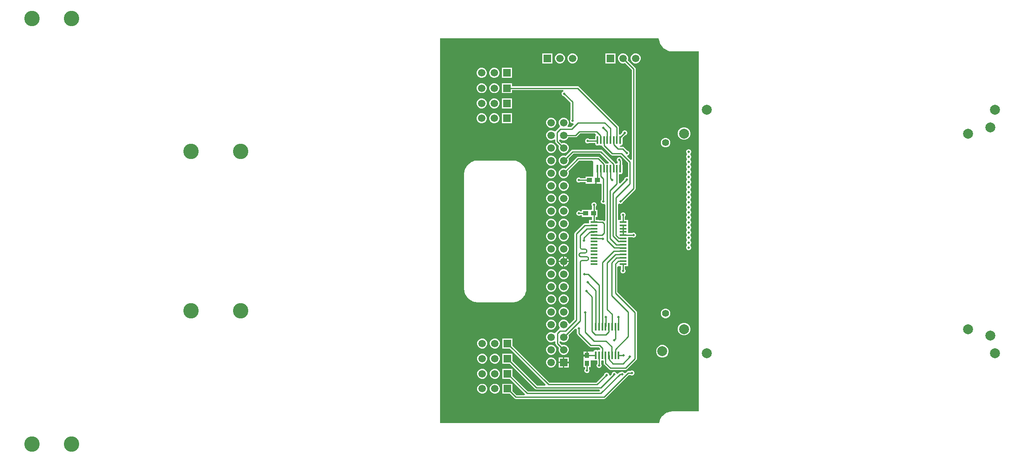
<source format=gbl>
G04*
G04 #@! TF.GenerationSoftware,Altium Limited,Altium Designer,21.6.4 (81)*
G04*
G04 Layer_Physical_Order=4*
G04 Layer_Color=16711680*
%FSLAX25Y25*%
%MOIN*%
G70*
G04*
G04 #@! TF.SameCoordinates,DB6D09D7-76B6-4019-902A-DA84951F4E30*
G04*
G04*
G04 #@! TF.FilePolarity,Positive*
G04*
G01*
G75*
%ADD12C,0.01000*%
%ADD22C,0.05512*%
%ADD23R,0.05906X0.05906*%
%ADD24C,0.05906*%
%ADD25R,0.05906X0.05906*%
%ADD26C,0.07874*%
%ADD27C,0.12205*%
%ADD28C,0.01968*%
%ADD29R,0.03740X0.03937*%
%ADD30R,0.03937X0.03740*%
G04:AMPARAMS|DCode=31|XSize=61.81mil|YSize=16.14mil|CornerRadius=2.02mil|HoleSize=0mil|Usage=FLASHONLY|Rotation=270.000|XOffset=0mil|YOffset=0mil|HoleType=Round|Shape=RoundedRectangle|*
%AMROUNDEDRECTD31*
21,1,0.06181,0.01211,0,0,270.0*
21,1,0.05778,0.01614,0,0,270.0*
1,1,0.00404,-0.00605,-0.02889*
1,1,0.00404,-0.00605,0.02889*
1,1,0.00404,0.00605,0.02889*
1,1,0.00404,0.00605,-0.02889*
%
%ADD31ROUNDEDRECTD31*%
%ADD32R,0.05800X0.01400*%
G36*
X548518Y349140D02*
X548946Y347127D01*
X549013Y347030D01*
X549016Y346912D01*
X549853Y345032D01*
X549938Y344951D01*
X549966Y344836D01*
X551175Y343172D01*
X551276Y343110D01*
X551327Y343003D01*
X552856Y341627D01*
X552967Y341587D01*
X553039Y341494D01*
X554821Y340465D01*
X554938Y340449D01*
X555028Y340373D01*
X556985Y339737D01*
X557102Y339746D01*
X557206Y339690D01*
X559253Y339475D01*
X559310Y339492D01*
X559366Y339469D01*
X580000D01*
Y54232D01*
X559366D01*
X559310Y54209D01*
X559253Y54226D01*
X557206Y54011D01*
X557102Y53955D01*
X556985Y53964D01*
X555028Y53328D01*
X554938Y53251D01*
X554821Y53236D01*
X553039Y52207D01*
X552967Y52114D01*
X552856Y52074D01*
X551327Y50697D01*
X551276Y50591D01*
X551175Y50529D01*
X549966Y48864D01*
X549938Y48750D01*
X549853Y48669D01*
X549016Y46789D01*
X549013Y46671D01*
X548946Y46574D01*
X548612Y45000D01*
X375000D01*
Y350000D01*
X547921D01*
X548518Y349140D01*
D02*
G37*
%LPC*%
G36*
X530786Y337953D02*
X529214D01*
X527761Y337351D01*
X526649Y336239D01*
X526047Y334786D01*
Y333214D01*
X526649Y331761D01*
X527761Y330649D01*
X529214Y330047D01*
X530786D01*
X532239Y330649D01*
X533351Y331761D01*
X533953Y333214D01*
Y334786D01*
X533351Y336239D01*
X532239Y337351D01*
X530786Y337953D01*
D02*
G37*
G36*
X513953D02*
X506047D01*
Y330047D01*
X513953D01*
Y337953D01*
D02*
G37*
G36*
X480786D02*
X479214D01*
X477761Y337351D01*
X476649Y336239D01*
X476047Y334786D01*
Y333214D01*
X476649Y331761D01*
X477761Y330649D01*
X479214Y330047D01*
X480786D01*
X482239Y330649D01*
X483351Y331761D01*
X483953Y333214D01*
Y334786D01*
X483351Y336239D01*
X482239Y337351D01*
X480786Y337953D01*
D02*
G37*
G36*
X470786D02*
X469214D01*
X467761Y337351D01*
X466649Y336239D01*
X466047Y334786D01*
Y333214D01*
X466649Y331761D01*
X467761Y330649D01*
X469214Y330047D01*
X470786D01*
X472239Y330649D01*
X473351Y331761D01*
X473953Y333214D01*
Y334786D01*
X473351Y336239D01*
X472239Y337351D01*
X470786Y337953D01*
D02*
G37*
G36*
X463953D02*
X456047D01*
Y330047D01*
X463953D01*
Y337953D01*
D02*
G37*
G36*
X431953Y326453D02*
X424047D01*
Y318547D01*
X431953D01*
Y326453D01*
D02*
G37*
G36*
X418786D02*
X417214D01*
X415761Y325851D01*
X414649Y324739D01*
X414047Y323286D01*
Y321714D01*
X414649Y320261D01*
X415761Y319149D01*
X417214Y318547D01*
X418786D01*
X420239Y319149D01*
X421351Y320261D01*
X421953Y321714D01*
Y323286D01*
X421351Y324739D01*
X420239Y325851D01*
X418786Y326453D01*
D02*
G37*
G36*
X408786D02*
X407214D01*
X405761Y325851D01*
X404649Y324739D01*
X404047Y323286D01*
Y321714D01*
X404649Y320261D01*
X405761Y319149D01*
X407214Y318547D01*
X408786D01*
X410239Y319149D01*
X411351Y320261D01*
X411953Y321714D01*
Y323286D01*
X411351Y324739D01*
X410239Y325851D01*
X408786Y326453D01*
D02*
G37*
G36*
X418786Y314339D02*
X417214D01*
X415761Y313737D01*
X414649Y312625D01*
X414047Y311172D01*
Y309600D01*
X414649Y308147D01*
X415761Y307035D01*
X417214Y306433D01*
X418786D01*
X420239Y307035D01*
X421351Y308147D01*
X421953Y309600D01*
Y311172D01*
X421351Y312625D01*
X420239Y313737D01*
X418786Y314339D01*
D02*
G37*
G36*
X408786D02*
X407214D01*
X405761Y313737D01*
X404649Y312625D01*
X404047Y311172D01*
Y309600D01*
X404649Y308147D01*
X405761Y307035D01*
X407214Y306433D01*
X408786D01*
X410239Y307035D01*
X411351Y308147D01*
X411953Y309600D01*
Y311172D01*
X411351Y312625D01*
X410239Y313737D01*
X408786Y314339D01*
D02*
G37*
G36*
X431953Y302269D02*
X424047D01*
Y294363D01*
X431953D01*
Y302269D01*
D02*
G37*
G36*
X418786D02*
X417214D01*
X415761Y301667D01*
X414649Y300555D01*
X414047Y299102D01*
Y297530D01*
X414649Y296077D01*
X415761Y294965D01*
X417214Y294363D01*
X418786D01*
X420239Y294965D01*
X421351Y296077D01*
X421953Y297530D01*
Y299102D01*
X421351Y300555D01*
X420239Y301667D01*
X418786Y302269D01*
D02*
G37*
G36*
X408786D02*
X407214D01*
X405761Y301667D01*
X404649Y300555D01*
X404047Y299102D01*
Y297530D01*
X404649Y296077D01*
X405761Y294965D01*
X407214Y294363D01*
X408786D01*
X410239Y294965D01*
X411351Y296077D01*
X411953Y297530D01*
Y299102D01*
X411351Y300555D01*
X410239Y301667D01*
X408786Y302269D01*
D02*
G37*
G36*
X431953Y290453D02*
X424047D01*
Y282547D01*
X431953D01*
Y290453D01*
D02*
G37*
G36*
X418786D02*
X417214D01*
X415761Y289851D01*
X414649Y288739D01*
X414047Y287286D01*
Y285714D01*
X414649Y284261D01*
X415761Y283149D01*
X417214Y282547D01*
X418786D01*
X420239Y283149D01*
X421351Y284261D01*
X421953Y285714D01*
Y287286D01*
X421351Y288739D01*
X420239Y289851D01*
X418786Y290453D01*
D02*
G37*
G36*
X408786D02*
X407214D01*
X405761Y289851D01*
X404649Y288739D01*
X404047Y287286D01*
Y285714D01*
X404649Y284261D01*
X405761Y283149D01*
X407214Y282547D01*
X408786D01*
X410239Y283149D01*
X411351Y284261D01*
X411953Y285714D01*
Y287286D01*
X411351Y288739D01*
X410239Y289851D01*
X408786Y290453D01*
D02*
G37*
G36*
X463786Y286953D02*
X462214D01*
X460761Y286351D01*
X459649Y285239D01*
X459047Y283786D01*
Y282214D01*
X459649Y280761D01*
X460761Y279649D01*
X462214Y279047D01*
X463786D01*
X465239Y279649D01*
X466351Y280761D01*
X466953Y282214D01*
Y283786D01*
X466351Y285239D01*
X465239Y286351D01*
X463786Y286953D01*
D02*
G37*
G36*
X569387Y279287D02*
X567423D01*
X565609Y278536D01*
X564220Y277147D01*
X563468Y275332D01*
Y273368D01*
X564220Y271554D01*
X565609Y270165D01*
X567423Y269413D01*
X569387D01*
X571202Y270165D01*
X572591Y271554D01*
X573343Y273368D01*
Y275332D01*
X572591Y277147D01*
X571202Y278536D01*
X569387Y279287D01*
D02*
G37*
G36*
X554464Y270941D02*
X552969D01*
X551589Y270369D01*
X550532Y269313D01*
X549961Y267932D01*
Y266438D01*
X550532Y265057D01*
X551589Y264001D01*
X552969Y263429D01*
X554464D01*
X555844Y264001D01*
X556901Y265057D01*
X557472Y266438D01*
Y267932D01*
X556901Y269313D01*
X555844Y270369D01*
X554464Y270941D01*
D02*
G37*
G36*
X463786Y266953D02*
X462214D01*
X460761Y266351D01*
X459649Y265239D01*
X459047Y263786D01*
Y262214D01*
X459649Y260761D01*
X460761Y259649D01*
X462214Y259047D01*
X463786D01*
X465239Y259649D01*
X466351Y260761D01*
X466953Y262214D01*
Y263786D01*
X466351Y265239D01*
X465239Y266351D01*
X463786Y266953D01*
D02*
G37*
G36*
X520786Y337953D02*
X519214D01*
X517761Y337351D01*
X516649Y336239D01*
X516047Y334786D01*
Y333214D01*
X516649Y331761D01*
X517761Y330649D01*
X519214Y330047D01*
X520786D01*
X521496Y330341D01*
X526971Y324867D01*
Y253992D01*
X525971Y253578D01*
X523492Y256056D01*
X523481Y256171D01*
X523785Y257177D01*
X524124Y257318D01*
X524682Y257876D01*
X524984Y258605D01*
Y259395D01*
X524682Y260124D01*
X524124Y260682D01*
X523395Y260984D01*
X523179D01*
X520736Y263426D01*
X520240Y263758D01*
X519655Y263874D01*
X517451D01*
X517433Y263909D01*
X518032Y264909D01*
X518341D01*
X519261Y265290D01*
X519642Y266210D01*
Y271125D01*
X521533Y273016D01*
X521822D01*
X522551Y273318D01*
X523109Y273876D01*
X523411Y274605D01*
Y275395D01*
X523109Y276124D01*
X522551Y276682D01*
X521822Y276984D01*
X521032D01*
X520303Y276682D01*
X519745Y276124D01*
X519443Y275395D01*
Y275252D01*
X517707Y273515D01*
X516707Y273836D01*
Y279323D01*
X516590Y279908D01*
X516259Y280404D01*
X485195Y311468D01*
X484699Y311799D01*
X484114Y311916D01*
X431953D01*
Y314339D01*
X424047D01*
Y306433D01*
X431953D01*
Y308857D01*
X472599D01*
X472798Y307857D01*
X472376Y307682D01*
X471818Y307124D01*
X471516Y306395D01*
Y305605D01*
X471818Y304876D01*
X472376Y304318D01*
X473105Y304016D01*
X473321D01*
X478471Y298867D01*
Y285777D01*
X478318Y285624D01*
X478016Y284895D01*
Y284105D01*
X478318Y283376D01*
X478876Y282818D01*
X479605Y282516D01*
X480395D01*
X480470Y282547D01*
X481036Y281699D01*
X478866Y279529D01*
X476534D01*
X476119Y280529D01*
X476351Y280761D01*
X476953Y282214D01*
Y283786D01*
X476351Y285239D01*
X475239Y286351D01*
X473786Y286953D01*
X472214D01*
X470761Y286351D01*
X469649Y285239D01*
X469047Y283786D01*
Y282214D01*
X469649Y280761D01*
X469975Y280435D01*
X469994Y280205D01*
X469735Y279261D01*
X469467Y279081D01*
X466774Y276388D01*
X466711Y276294D01*
X465631Y276077D01*
X465478Y276112D01*
X465239Y276351D01*
X463786Y276953D01*
X462214D01*
X460761Y276351D01*
X459649Y275239D01*
X459047Y273786D01*
Y272214D01*
X459649Y270761D01*
X460761Y269649D01*
X462214Y269047D01*
X463786D01*
X465239Y269649D01*
X465402Y269812D01*
X466326Y269429D01*
Y268145D01*
X466442Y267560D01*
X466774Y267064D01*
X469341Y264496D01*
X469047Y263786D01*
Y262214D01*
X469649Y260761D01*
X470761Y259649D01*
X472214Y259047D01*
X473786D01*
X475239Y259649D01*
X476351Y260761D01*
X476953Y262214D01*
Y263786D01*
X476351Y265239D01*
X475239Y266351D01*
X473786Y266953D01*
X472214D01*
X471504Y266659D01*
X469475Y268688D01*
X469572Y269571D01*
X470480Y269930D01*
X470761Y269649D01*
X472214Y269047D01*
X473786D01*
X475239Y269649D01*
X476351Y270761D01*
X476645Y271471D01*
X482500D01*
X483085Y271587D01*
X483581Y271919D01*
X486133Y274471D01*
X497789D01*
X498279Y273895D01*
X498298Y272907D01*
X497917Y271987D01*
Y270029D01*
X493277D01*
X493124Y270182D01*
X492395Y270484D01*
X491605D01*
X490876Y270182D01*
X490318Y269624D01*
X490016Y268895D01*
Y268105D01*
X490318Y267376D01*
X490876Y266818D01*
X491605Y266516D01*
X492395D01*
X493124Y266818D01*
X493277Y266971D01*
X497917D01*
Y266210D01*
X498298Y265290D01*
X499218Y264909D01*
X500428D01*
X501102Y265188D01*
X501777Y264909D01*
X502987D01*
X503780Y264222D01*
X504111Y263726D01*
X510419Y257419D01*
X510915Y257087D01*
X511500Y256971D01*
X518252D01*
X523971Y251252D01*
Y240369D01*
X523395Y239984D01*
X522605D01*
X521876Y239682D01*
X521318Y239124D01*
X521016Y238395D01*
Y238179D01*
X517707Y234869D01*
X516707Y235284D01*
Y242027D01*
X517131Y242310D01*
X518341D01*
X519261Y242691D01*
X519642Y243611D01*
Y249389D01*
X519266Y250298D01*
Y252764D01*
X519149Y253349D01*
X518984Y253596D01*
Y253895D01*
X518682Y254624D01*
X518124Y255182D01*
X517395Y255484D01*
X516605D01*
X515876Y255182D01*
X515318Y254624D01*
X515016Y253895D01*
Y253105D01*
X515318Y252376D01*
X515602Y252091D01*
X515601Y251186D01*
X515097Y250690D01*
X514572D01*
X513779Y250719D01*
X513448Y251215D01*
X503581Y261081D01*
X503085Y261413D01*
X502500Y261529D01*
X480000D01*
X479415Y261413D01*
X478919Y261081D01*
X474496Y256659D01*
X473786Y256953D01*
X472214D01*
X470761Y256351D01*
X469649Y255239D01*
X469047Y253786D01*
Y252214D01*
X469649Y250761D01*
X470761Y249649D01*
X472214Y249047D01*
X473786D01*
X475239Y249649D01*
X476351Y250761D01*
X476953Y252214D01*
Y253786D01*
X476659Y254496D01*
X480633Y258471D01*
X501866D01*
X508825Y251512D01*
X508821Y251408D01*
X508105Y250690D01*
X506895D01*
X506102Y250679D01*
X505770Y251175D01*
X501364Y255581D01*
X500868Y255913D01*
X500283Y256029D01*
X484500D01*
X483915Y255913D01*
X483419Y255581D01*
X474496Y246659D01*
X473786Y246953D01*
X472214D01*
X470761Y246351D01*
X469649Y245239D01*
X469047Y243786D01*
Y242214D01*
X469649Y240761D01*
X470761Y239649D01*
X472214Y239047D01*
X473786D01*
X475239Y239649D01*
X476351Y240761D01*
X476953Y242214D01*
Y243786D01*
X476659Y244496D01*
X485134Y252971D01*
X495589D01*
X496319Y252319D01*
X496319Y251456D01*
Y240370D01*
X490382D01*
Y239029D01*
X486277D01*
X486124Y239182D01*
X485395Y239484D01*
X484605D01*
X483876Y239182D01*
X483318Y238624D01*
X483016Y237895D01*
Y237105D01*
X483318Y236376D01*
X483876Y235818D01*
X484605Y235516D01*
X485395D01*
X486124Y235818D01*
X486277Y235971D01*
X490382D01*
Y234630D01*
X496319D01*
Y234630D01*
X502618D01*
X502971Y233776D01*
Y221777D01*
X502818Y221624D01*
X502516Y220895D01*
Y220105D01*
X502818Y219376D01*
X503376Y218818D01*
X504105Y218516D01*
X504895D01*
X504971Y218547D01*
X505971Y217879D01*
Y205413D01*
X505047Y205030D01*
X504896Y205181D01*
X504399Y205513D01*
X503814Y205629D01*
X500900D01*
Y205800D01*
X498529D01*
Y208282D01*
X499618D01*
Y214022D01*
X498529D01*
Y216723D01*
X498682Y216876D01*
X498984Y217605D01*
Y218395D01*
X498682Y219124D01*
X498124Y219682D01*
X497395Y219984D01*
X496605D01*
X495876Y219682D01*
X495318Y219124D01*
X495016Y218395D01*
Y217605D01*
X495318Y216876D01*
X495471Y216723D01*
Y214729D01*
X494764Y214022D01*
X493681Y214022D01*
X492681Y214022D01*
X487382D01*
Y212795D01*
X486382Y212729D01*
X486276Y212834D01*
X485547Y213136D01*
X484758D01*
X484028Y212834D01*
X483470Y212276D01*
X483168Y211547D01*
Y210757D01*
X483470Y210028D01*
X484028Y209470D01*
X484758Y209168D01*
X485547D01*
X486276Y209470D01*
X486382Y209576D01*
X487382Y209509D01*
Y208282D01*
X492681D01*
X493319Y208282D01*
X494319Y208282D01*
X495471D01*
Y205800D01*
X493100D01*
Y203129D01*
X489600D01*
X489015Y203013D01*
X488519Y202681D01*
X481919Y196081D01*
X481587Y195585D01*
X481471Y195000D01*
Y127336D01*
X477877Y123742D01*
X476822Y124102D01*
X476351Y125239D01*
X475239Y126351D01*
X473786Y126953D01*
X472214D01*
X470761Y126351D01*
X469649Y125239D01*
X469047Y123786D01*
Y122214D01*
X469649Y120761D01*
X469915Y120494D01*
X469918Y120470D01*
X469555Y119441D01*
X469415Y119413D01*
X468919Y119081D01*
X466919Y117081D01*
X466587Y116585D01*
X466559Y116445D01*
X465530Y116082D01*
X465506Y116084D01*
X465239Y116351D01*
X463786Y116953D01*
X462214D01*
X460761Y116351D01*
X459649Y115239D01*
X459047Y113786D01*
Y112214D01*
X459649Y110761D01*
X460761Y109649D01*
X462214Y109047D01*
X463786D01*
X465239Y109649D01*
X465471Y109881D01*
X466471Y109466D01*
Y108000D01*
X466587Y107415D01*
X466919Y106919D01*
X469341Y104496D01*
X469047Y103786D01*
Y102214D01*
X469649Y100761D01*
X470761Y99649D01*
X472214Y99047D01*
X473786D01*
X475239Y99649D01*
X476351Y100761D01*
X476953Y102214D01*
Y103786D01*
X476351Y105239D01*
X475239Y106351D01*
X473786Y106953D01*
X472214D01*
X471504Y106659D01*
X469620Y108543D01*
X469718Y109426D01*
X470625Y109785D01*
X470761Y109649D01*
X472214Y109047D01*
X473786D01*
X475239Y109649D01*
X476351Y110761D01*
X476953Y112214D01*
Y113786D01*
X476659Y114496D01*
X482016Y119853D01*
X482552Y119720D01*
X483065Y119488D01*
X483318Y118876D01*
X483471Y118723D01*
Y116000D01*
X483587Y115415D01*
X483919Y114919D01*
X493419Y105419D01*
X493915Y105087D01*
X494500Y104971D01*
X500867D01*
X502023Y103814D01*
X501752Y103019D01*
X501685Y102890D01*
X500497D01*
X499823Y102611D01*
X499149Y102890D01*
X497938D01*
X497018Y102509D01*
X496649Y101618D01*
X492000D01*
X492000Y101618D01*
Y98650D01*
X491500D01*
Y98150D01*
X488630D01*
Y95681D01*
X488630D01*
Y95319D01*
X488630D01*
Y89382D01*
X489971D01*
Y87777D01*
X489818Y87624D01*
X489516Y86895D01*
Y86105D01*
X489818Y85376D01*
X490376Y84818D01*
X491105Y84516D01*
X491895D01*
X492624Y84818D01*
X493182Y85376D01*
X493484Y86105D01*
Y86895D01*
X493182Y87624D01*
X493029Y87777D01*
Y89382D01*
X494370D01*
Y94500D01*
X498000D01*
Y94511D01*
X499149D01*
X499573Y94228D01*
Y91879D01*
X499369Y91675D01*
X499067Y90946D01*
Y90157D01*
X499369Y89427D01*
X499927Y88869D01*
X500657Y88567D01*
X501446D01*
X502175Y88869D01*
X502733Y89427D01*
X503035Y90157D01*
Y90946D01*
X502733Y91675D01*
X502632Y91777D01*
Y94228D01*
X503056Y94511D01*
X504267D01*
X504691Y94228D01*
Y92279D01*
X504808Y91694D01*
X505139Y91198D01*
X508919Y87419D01*
X509415Y87087D01*
X510000Y86971D01*
X522000D01*
X522585Y87087D01*
X523081Y87419D01*
X530581Y94919D01*
X530913Y95415D01*
X531029Y96000D01*
Y132500D01*
X530913Y133085D01*
X530581Y133581D01*
X515529Y148634D01*
Y168436D01*
X516100Y169200D01*
X518471D01*
Y166777D01*
X518318Y166624D01*
X518016Y165895D01*
Y165105D01*
X518318Y164376D01*
X518876Y163818D01*
X519605Y163516D01*
X520395D01*
X521124Y163818D01*
X521682Y164376D01*
X521984Y165105D01*
Y165895D01*
X521682Y166624D01*
X521529Y166777D01*
Y169200D01*
X523900D01*
Y171700D01*
Y174300D01*
Y176800D01*
Y179400D01*
Y182000D01*
Y184500D01*
Y187100D01*
Y189600D01*
Y192371D01*
X527123D01*
X527276Y192218D01*
X528005Y191916D01*
X528795D01*
X529524Y192218D01*
X530082Y192776D01*
X530384Y193505D01*
Y194295D01*
X530082Y195024D01*
X529524Y195582D01*
X528795Y195884D01*
X528005D01*
X527276Y195582D01*
X527123Y195429D01*
X523900D01*
Y199900D01*
Y202400D01*
Y205800D01*
X521529D01*
Y208723D01*
X521682Y208876D01*
X521984Y209605D01*
Y210395D01*
X521682Y211124D01*
X521124Y211682D01*
X520395Y211984D01*
X519605D01*
X518876Y211682D01*
X518318Y211124D01*
X518016Y210395D01*
Y209605D01*
X518318Y208876D01*
X518471Y208723D01*
Y205800D01*
X516100D01*
X516029Y206771D01*
Y218250D01*
X516422Y218514D01*
X517029Y218754D01*
X517605Y218516D01*
X518395D01*
X519124Y218818D01*
X519682Y219376D01*
X519984Y220105D01*
Y220321D01*
X529581Y229919D01*
X529913Y230415D01*
X530029Y231000D01*
Y325500D01*
X529913Y326085D01*
X529581Y326581D01*
X523659Y332504D01*
X523953Y333214D01*
Y334786D01*
X523351Y336239D01*
X522239Y337351D01*
X520786Y337953D01*
D02*
G37*
G36*
X432585Y253051D02*
X405026D01*
X404967Y253026D01*
X404905Y253044D01*
X402715Y252797D01*
X402605Y252736D01*
X402479Y252743D01*
X400398Y252015D01*
X400304Y251931D01*
X400180Y251910D01*
X398314Y250738D01*
X398241Y250635D01*
X398124Y250587D01*
X396566Y249028D01*
X396518Y248911D01*
X396415Y248838D01*
X395242Y246972D01*
X395221Y246848D01*
X395137Y246754D01*
X394409Y244674D01*
X394416Y244548D01*
X394355Y244437D01*
X394108Y242247D01*
X394126Y242185D01*
X394102Y242126D01*
Y151575D01*
X394126Y151515D01*
X394108Y151454D01*
X394355Y149263D01*
X394416Y149153D01*
X394409Y149027D01*
X395137Y146947D01*
X395221Y146853D01*
X395242Y146728D01*
X396415Y144862D01*
X396518Y144789D01*
X396566Y144673D01*
X398124Y143114D01*
X398241Y143066D01*
X398314Y142963D01*
X400180Y141790D01*
X400304Y141769D01*
X400398Y141685D01*
X402479Y140957D01*
X402605Y140964D01*
X402715Y140903D01*
X404905Y140657D01*
X404967Y140674D01*
X405026Y140650D01*
X432585D01*
X432645Y140674D01*
X432707Y140657D01*
X434897Y140903D01*
X435007Y140964D01*
X435133Y140957D01*
X437213Y141685D01*
X437307Y141769D01*
X437432Y141790D01*
X439298Y142963D01*
X439371Y143066D01*
X439488Y143114D01*
X441046Y144673D01*
X441094Y144789D01*
X441197Y144862D01*
X442370Y146728D01*
X442391Y146853D01*
X442475Y146947D01*
X443203Y149027D01*
X443196Y149153D01*
X443257Y149263D01*
X443504Y151454D01*
X443486Y151515D01*
X443510Y151575D01*
Y242126D01*
X443486Y242185D01*
X443504Y242247D01*
X443257Y244437D01*
X443196Y244548D01*
X443203Y244674D01*
X442475Y246754D01*
X442391Y246848D01*
X442370Y246972D01*
X441197Y248838D01*
X441094Y248911D01*
X441046Y249028D01*
X439488Y250587D01*
X439371Y250635D01*
X439298Y250738D01*
X437432Y251910D01*
X437307Y251931D01*
X437213Y252015D01*
X435133Y252743D01*
X435007Y252736D01*
X434897Y252797D01*
X432707Y253044D01*
X432645Y253026D01*
X432585Y253051D01*
D02*
G37*
G36*
X463786Y256953D02*
X462214D01*
X460761Y256351D01*
X459649Y255239D01*
X459047Y253786D01*
Y252214D01*
X459649Y250761D01*
X460761Y249649D01*
X462214Y249047D01*
X463786D01*
X465239Y249649D01*
X466351Y250761D01*
X466953Y252214D01*
Y253786D01*
X466351Y255239D01*
X465239Y256351D01*
X463786Y256953D01*
D02*
G37*
G36*
Y246953D02*
X462214D01*
X460761Y246351D01*
X459649Y245239D01*
X459047Y243786D01*
Y242214D01*
X459649Y240761D01*
X460761Y239649D01*
X462214Y239047D01*
X463786D01*
X465239Y239649D01*
X466351Y240761D01*
X466953Y242214D01*
Y243786D01*
X466351Y245239D01*
X465239Y246351D01*
X463786Y246953D01*
D02*
G37*
G36*
X473786Y236953D02*
X472214D01*
X470761Y236351D01*
X469649Y235239D01*
X469047Y233786D01*
Y232214D01*
X469649Y230761D01*
X470761Y229649D01*
X472214Y229047D01*
X473786D01*
X475239Y229649D01*
X476351Y230761D01*
X476953Y232214D01*
Y233786D01*
X476351Y235239D01*
X475239Y236351D01*
X473786Y236953D01*
D02*
G37*
G36*
X463786D02*
X462214D01*
X460761Y236351D01*
X459649Y235239D01*
X459047Y233786D01*
Y232214D01*
X459649Y230761D01*
X460761Y229649D01*
X462214Y229047D01*
X463786D01*
X465239Y229649D01*
X466351Y230761D01*
X466953Y232214D01*
Y233786D01*
X466351Y235239D01*
X465239Y236351D01*
X463786Y236953D01*
D02*
G37*
G36*
X473786Y226953D02*
X472214D01*
X470761Y226351D01*
X469649Y225239D01*
X469047Y223786D01*
Y222214D01*
X469649Y220761D01*
X470761Y219649D01*
X472214Y219047D01*
X473786D01*
X475239Y219649D01*
X476351Y220761D01*
X476953Y222214D01*
Y223786D01*
X476351Y225239D01*
X475239Y226351D01*
X473786Y226953D01*
D02*
G37*
G36*
X463786D02*
X462214D01*
X460761Y226351D01*
X459649Y225239D01*
X459047Y223786D01*
Y222214D01*
X459649Y220761D01*
X460761Y219649D01*
X462214Y219047D01*
X463786D01*
X465239Y219649D01*
X466351Y220761D01*
X466953Y222214D01*
Y223786D01*
X466351Y225239D01*
X465239Y226351D01*
X463786Y226953D01*
D02*
G37*
G36*
X473786Y216953D02*
X472214D01*
X470761Y216351D01*
X469649Y215239D01*
X469047Y213786D01*
Y212214D01*
X469649Y210761D01*
X470761Y209649D01*
X472214Y209047D01*
X473786D01*
X475239Y209649D01*
X476351Y210761D01*
X476953Y212214D01*
Y213786D01*
X476351Y215239D01*
X475239Y216351D01*
X473786Y216953D01*
D02*
G37*
G36*
X463786D02*
X462214D01*
X460761Y216351D01*
X459649Y215239D01*
X459047Y213786D01*
Y212214D01*
X459649Y210761D01*
X460761Y209649D01*
X462214Y209047D01*
X463786D01*
X465239Y209649D01*
X466351Y210761D01*
X466953Y212214D01*
Y213786D01*
X466351Y215239D01*
X465239Y216351D01*
X463786Y216953D01*
D02*
G37*
G36*
X473786Y206953D02*
X472214D01*
X470761Y206351D01*
X469649Y205239D01*
X469047Y203786D01*
Y202214D01*
X469649Y200761D01*
X470761Y199649D01*
X472214Y199047D01*
X473786D01*
X475239Y199649D01*
X476351Y200761D01*
X476953Y202214D01*
Y203786D01*
X476351Y205239D01*
X475239Y206351D01*
X473786Y206953D01*
D02*
G37*
G36*
X463786D02*
X462214D01*
X460761Y206351D01*
X459649Y205239D01*
X459047Y203786D01*
Y202214D01*
X459649Y200761D01*
X460761Y199649D01*
X462214Y199047D01*
X463786D01*
X465239Y199649D01*
X466351Y200761D01*
X466953Y202214D01*
Y203786D01*
X466351Y205239D01*
X465239Y206351D01*
X463786Y206953D01*
D02*
G37*
G36*
X473786Y196953D02*
X472214D01*
X470761Y196351D01*
X469649Y195239D01*
X469047Y193786D01*
Y192214D01*
X469649Y190761D01*
X470761Y189649D01*
X472214Y189047D01*
X473786D01*
X475239Y189649D01*
X476351Y190761D01*
X476953Y192214D01*
Y193786D01*
X476351Y195239D01*
X475239Y196351D01*
X473786Y196953D01*
D02*
G37*
G36*
X463786D02*
X462214D01*
X460761Y196351D01*
X459649Y195239D01*
X459047Y193786D01*
Y192214D01*
X459649Y190761D01*
X460761Y189649D01*
X462214Y189047D01*
X463786D01*
X465239Y189649D01*
X466351Y190761D01*
X466953Y192214D01*
Y193786D01*
X466351Y195239D01*
X465239Y196351D01*
X463786Y196953D01*
D02*
G37*
G36*
X572395Y261984D02*
X571605D01*
X570876Y261682D01*
X570318Y261124D01*
X570016Y260395D01*
Y259605D01*
X570318Y258876D01*
X570560Y258634D01*
X570771Y258000D01*
X570560Y257366D01*
X570318Y257124D01*
X570016Y256395D01*
Y255605D01*
X570318Y254876D01*
X570560Y254634D01*
X570771Y254000D01*
X570560Y253366D01*
X570318Y253124D01*
X570016Y252395D01*
Y251605D01*
X570318Y250876D01*
X570560Y250634D01*
X570771Y250000D01*
X570560Y249366D01*
X570318Y249124D01*
X570016Y248395D01*
Y247605D01*
X570318Y246876D01*
X570560Y246634D01*
X570771Y246000D01*
X570560Y245366D01*
X570318Y245124D01*
X570016Y244395D01*
Y243605D01*
X570318Y242876D01*
X570560Y242634D01*
X570771Y242000D01*
X570560Y241366D01*
X570318Y241124D01*
X570016Y240395D01*
Y239605D01*
X570318Y238876D01*
X570560Y238634D01*
X570771Y238000D01*
X570560Y237366D01*
X570318Y237124D01*
X570016Y236395D01*
Y235605D01*
X570318Y234876D01*
X570560Y234634D01*
X570771Y234000D01*
X570560Y233366D01*
X570318Y233124D01*
X570016Y232395D01*
Y231605D01*
X570318Y230876D01*
X570560Y230634D01*
X570771Y230000D01*
X570560Y229366D01*
X570318Y229124D01*
X570016Y228395D01*
Y227605D01*
X570318Y226876D01*
X570560Y226634D01*
X570771Y226000D01*
X570560Y225366D01*
X570318Y225124D01*
X570016Y224395D01*
Y223605D01*
X570318Y222876D01*
X570560Y222634D01*
X570771Y222000D01*
X570560Y221366D01*
X570318Y221124D01*
X570016Y220395D01*
Y219605D01*
X570318Y218876D01*
X570560Y218634D01*
X570771Y218000D01*
X570560Y217366D01*
X570318Y217124D01*
X570016Y216395D01*
Y215605D01*
X570318Y214876D01*
X570560Y214634D01*
X570771Y214000D01*
X570560Y213366D01*
X570318Y213124D01*
X570016Y212395D01*
Y211605D01*
X570318Y210876D01*
X570560Y210634D01*
X570771Y210000D01*
X570560Y209366D01*
X570318Y209124D01*
X570016Y208395D01*
Y207605D01*
X570318Y206876D01*
X570560Y206634D01*
X570771Y206000D01*
X570560Y205366D01*
X570318Y205124D01*
X570016Y204395D01*
Y203605D01*
X570318Y202876D01*
X570560Y202634D01*
X570771Y202000D01*
X570560Y201366D01*
X570318Y201124D01*
X570016Y200395D01*
Y199605D01*
X570318Y198876D01*
X570560Y198634D01*
X570771Y198000D01*
X570560Y197366D01*
X570318Y197124D01*
X570016Y196395D01*
Y195605D01*
X570318Y194876D01*
X570560Y194634D01*
X570771Y194000D01*
X570560Y193366D01*
X570318Y193124D01*
X570016Y192395D01*
Y191605D01*
X570318Y190876D01*
X570560Y190634D01*
X570771Y190000D01*
X570560Y189366D01*
X570318Y189124D01*
X570016Y188395D01*
Y187605D01*
X570318Y186876D01*
X570560Y186634D01*
X570771Y186000D01*
X570560Y185366D01*
X570318Y185124D01*
X570016Y184395D01*
Y183605D01*
X570318Y182876D01*
X570876Y182318D01*
X571605Y182016D01*
X572395D01*
X573124Y182318D01*
X573682Y182876D01*
X573984Y183605D01*
Y184395D01*
X573682Y185124D01*
X573440Y185366D01*
X573230Y186000D01*
X573440Y186634D01*
X573682Y186876D01*
X573984Y187605D01*
Y188395D01*
X573682Y189124D01*
X573440Y189366D01*
X573230Y190000D01*
X573440Y190634D01*
X573682Y190876D01*
X573984Y191605D01*
Y192395D01*
X573682Y193124D01*
X573440Y193366D01*
X573230Y194000D01*
X573440Y194634D01*
X573682Y194876D01*
X573984Y195605D01*
Y196395D01*
X573682Y197124D01*
X573440Y197366D01*
X573230Y198000D01*
X573440Y198634D01*
X573682Y198876D01*
X573984Y199605D01*
Y200395D01*
X573682Y201124D01*
X573440Y201366D01*
X573230Y202000D01*
X573440Y202634D01*
X573682Y202876D01*
X573984Y203605D01*
Y204395D01*
X573682Y205124D01*
X573440Y205366D01*
X573230Y206000D01*
X573440Y206634D01*
X573682Y206876D01*
X573984Y207605D01*
Y208395D01*
X573682Y209124D01*
X573440Y209366D01*
X573230Y210000D01*
X573440Y210634D01*
X573682Y210876D01*
X573984Y211605D01*
Y212395D01*
X573682Y213124D01*
X573440Y213366D01*
X573230Y214000D01*
X573440Y214634D01*
X573682Y214876D01*
X573984Y215605D01*
Y216395D01*
X573682Y217124D01*
X573440Y217366D01*
X573230Y218000D01*
X573440Y218634D01*
X573682Y218876D01*
X573984Y219605D01*
Y220395D01*
X573682Y221124D01*
X573440Y221366D01*
X573230Y222000D01*
X573440Y222634D01*
X573682Y222876D01*
X573984Y223605D01*
Y224395D01*
X573682Y225124D01*
X573440Y225366D01*
X573230Y226000D01*
X573440Y226634D01*
X573682Y226876D01*
X573984Y227605D01*
Y228395D01*
X573682Y229124D01*
X573440Y229366D01*
X573230Y230000D01*
X573440Y230634D01*
X573682Y230876D01*
X573984Y231605D01*
Y232395D01*
X573682Y233124D01*
X573440Y233366D01*
X573230Y234000D01*
X573440Y234634D01*
X573682Y234876D01*
X573984Y235605D01*
Y236395D01*
X573682Y237124D01*
X573440Y237366D01*
X573230Y238000D01*
X573440Y238634D01*
X573682Y238876D01*
X573984Y239605D01*
Y240395D01*
X573682Y241124D01*
X573440Y241366D01*
X573230Y242000D01*
X573440Y242634D01*
X573682Y242876D01*
X573984Y243605D01*
Y244395D01*
X573682Y245124D01*
X573440Y245366D01*
X573230Y246000D01*
X573440Y246634D01*
X573682Y246876D01*
X573984Y247605D01*
Y248395D01*
X573682Y249124D01*
X573440Y249366D01*
X573230Y250000D01*
X573440Y250634D01*
X573682Y250876D01*
X573984Y251605D01*
Y252395D01*
X573682Y253124D01*
X573440Y253366D01*
X573230Y254000D01*
X573440Y254634D01*
X573682Y254876D01*
X573984Y255605D01*
Y256395D01*
X573682Y257124D01*
X573440Y257366D01*
X573230Y258000D01*
X573440Y258634D01*
X573682Y258876D01*
X573984Y259605D01*
Y260395D01*
X573682Y261124D01*
X573124Y261682D01*
X572395Y261984D01*
D02*
G37*
G36*
X473786Y186953D02*
X472214D01*
X470761Y186351D01*
X469649Y185239D01*
X469047Y183786D01*
Y182214D01*
X469649Y180761D01*
X470761Y179649D01*
X472214Y179047D01*
X473786D01*
X475239Y179649D01*
X476351Y180761D01*
X476953Y182214D01*
Y183786D01*
X476351Y185239D01*
X475239Y186351D01*
X473786Y186953D01*
D02*
G37*
G36*
X463786D02*
X462214D01*
X460761Y186351D01*
X459649Y185239D01*
X459047Y183786D01*
Y182214D01*
X459649Y180761D01*
X460761Y179649D01*
X462214Y179047D01*
X463786D01*
X465239Y179649D01*
X466351Y180761D01*
X466953Y182214D01*
Y183786D01*
X466351Y185239D01*
X465239Y186351D01*
X463786Y186953D01*
D02*
G37*
G36*
X473786Y176953D02*
X473500D01*
Y173500D01*
X476953D01*
Y173786D01*
X476351Y175239D01*
X475239Y176351D01*
X473786Y176953D01*
D02*
G37*
G36*
X472500D02*
X472214D01*
X470761Y176351D01*
X469649Y175239D01*
X469047Y173786D01*
Y173500D01*
X472500D01*
Y176953D01*
D02*
G37*
G36*
X476953Y172500D02*
X473500D01*
Y169047D01*
X473786D01*
X475239Y169649D01*
X476351Y170761D01*
X476953Y172214D01*
Y172500D01*
D02*
G37*
G36*
X472500D02*
X469047D01*
Y172214D01*
X469649Y170761D01*
X470761Y169649D01*
X472214Y169047D01*
X472500D01*
Y172500D01*
D02*
G37*
G36*
X463786Y176953D02*
X462214D01*
X460761Y176351D01*
X459649Y175239D01*
X459047Y173786D01*
Y172214D01*
X459649Y170761D01*
X460761Y169649D01*
X462214Y169047D01*
X463786D01*
X465239Y169649D01*
X466351Y170761D01*
X466953Y172214D01*
Y173786D01*
X466351Y175239D01*
X465239Y176351D01*
X463786Y176953D01*
D02*
G37*
G36*
X473786Y166953D02*
X472214D01*
X470761Y166351D01*
X469649Y165239D01*
X469047Y163786D01*
Y162214D01*
X469649Y160761D01*
X470761Y159649D01*
X472214Y159047D01*
X473786D01*
X475239Y159649D01*
X476351Y160761D01*
X476953Y162214D01*
Y163786D01*
X476351Y165239D01*
X475239Y166351D01*
X473786Y166953D01*
D02*
G37*
G36*
X463786D02*
X462214D01*
X460761Y166351D01*
X459649Y165239D01*
X459047Y163786D01*
Y162214D01*
X459649Y160761D01*
X460761Y159649D01*
X462214Y159047D01*
X463786D01*
X465239Y159649D01*
X466351Y160761D01*
X466953Y162214D01*
Y163786D01*
X466351Y165239D01*
X465239Y166351D01*
X463786Y166953D01*
D02*
G37*
G36*
X473786Y156953D02*
X472214D01*
X470761Y156351D01*
X469649Y155239D01*
X469047Y153786D01*
Y152214D01*
X469649Y150761D01*
X470761Y149649D01*
X472214Y149047D01*
X473786D01*
X475239Y149649D01*
X476351Y150761D01*
X476953Y152214D01*
Y153786D01*
X476351Y155239D01*
X475239Y156351D01*
X473786Y156953D01*
D02*
G37*
G36*
X463786D02*
X462214D01*
X460761Y156351D01*
X459649Y155239D01*
X459047Y153786D01*
Y152214D01*
X459649Y150761D01*
X460761Y149649D01*
X462214Y149047D01*
X463786D01*
X465239Y149649D01*
X466351Y150761D01*
X466953Y152214D01*
Y153786D01*
X466351Y155239D01*
X465239Y156351D01*
X463786Y156953D01*
D02*
G37*
G36*
X473786Y146953D02*
X472214D01*
X470761Y146351D01*
X469649Y145239D01*
X469047Y143786D01*
Y142214D01*
X469649Y140761D01*
X470761Y139649D01*
X472214Y139047D01*
X473786D01*
X475239Y139649D01*
X476351Y140761D01*
X476953Y142214D01*
Y143786D01*
X476351Y145239D01*
X475239Y146351D01*
X473786Y146953D01*
D02*
G37*
G36*
X463786D02*
X462214D01*
X460761Y146351D01*
X459649Y145239D01*
X459047Y143786D01*
Y142214D01*
X459649Y140761D01*
X460761Y139649D01*
X462214Y139047D01*
X463786D01*
X465239Y139649D01*
X466351Y140761D01*
X466953Y142214D01*
Y143786D01*
X466351Y145239D01*
X465239Y146351D01*
X463786Y146953D01*
D02*
G37*
G36*
X473786Y136953D02*
X472214D01*
X470761Y136351D01*
X469649Y135239D01*
X469047Y133786D01*
Y132214D01*
X469649Y130761D01*
X470761Y129649D01*
X472214Y129047D01*
X473786D01*
X475239Y129649D01*
X476351Y130761D01*
X476953Y132214D01*
Y133786D01*
X476351Y135239D01*
X475239Y136351D01*
X473786Y136953D01*
D02*
G37*
G36*
X463786D02*
X462214D01*
X460761Y136351D01*
X459649Y135239D01*
X459047Y133786D01*
Y132214D01*
X459649Y130761D01*
X460761Y129649D01*
X462214Y129047D01*
X463786D01*
X465239Y129649D01*
X466351Y130761D01*
X466953Y132214D01*
Y133786D01*
X466351Y135239D01*
X465239Y136351D01*
X463786Y136953D01*
D02*
G37*
G36*
X554464Y135508D02*
X552969D01*
X551589Y134936D01*
X550532Y133879D01*
X549961Y132499D01*
Y131005D01*
X550532Y129624D01*
X551589Y128568D01*
X552969Y127996D01*
X554464D01*
X555844Y128568D01*
X556901Y129624D01*
X557472Y131005D01*
Y132499D01*
X556901Y133879D01*
X555844Y134936D01*
X554464Y135508D01*
D02*
G37*
G36*
X463786Y126953D02*
X462214D01*
X460761Y126351D01*
X459649Y125239D01*
X459047Y123786D01*
Y122214D01*
X459649Y120761D01*
X460761Y119649D01*
X462214Y119047D01*
X463786D01*
X465239Y119649D01*
X466351Y120761D01*
X466953Y122214D01*
Y123786D01*
X466351Y125239D01*
X465239Y126351D01*
X463786Y126953D01*
D02*
G37*
G36*
X569387Y124287D02*
X567423D01*
X565609Y123536D01*
X564220Y122147D01*
X563468Y120332D01*
Y118368D01*
X564220Y116554D01*
X565609Y115165D01*
X567423Y114413D01*
X569387D01*
X571202Y115165D01*
X572591Y116554D01*
X573343Y118368D01*
Y120332D01*
X572591Y122147D01*
X571202Y123536D01*
X569387Y124287D01*
D02*
G37*
G36*
X419286Y111953D02*
X417714D01*
X416261Y111351D01*
X415149Y110239D01*
X414547Y108786D01*
Y107214D01*
X415149Y105761D01*
X416261Y104649D01*
X417714Y104047D01*
X419286D01*
X420739Y104649D01*
X421851Y105761D01*
X422453Y107214D01*
Y108786D01*
X421851Y110239D01*
X420739Y111351D01*
X419286Y111953D01*
D02*
G37*
G36*
X409286D02*
X407714D01*
X406261Y111351D01*
X405149Y110239D01*
X404547Y108786D01*
Y107214D01*
X405149Y105761D01*
X406261Y104649D01*
X407714Y104047D01*
X409286D01*
X410739Y104649D01*
X411851Y105761D01*
X412453Y107214D01*
Y108786D01*
X411851Y110239D01*
X410739Y111351D01*
X409286Y111953D01*
D02*
G37*
G36*
X491000Y101618D02*
X488630D01*
Y99150D01*
X491000D01*
Y101618D01*
D02*
G37*
G36*
X463786Y106953D02*
X462214D01*
X460761Y106351D01*
X459649Y105239D01*
X459047Y103786D01*
Y102214D01*
X459649Y100761D01*
X460761Y99649D01*
X462214Y99047D01*
X463786D01*
X465239Y99649D01*
X466351Y100761D01*
X466953Y102214D01*
Y103786D01*
X466351Y105239D01*
X465239Y106351D01*
X463786Y106953D01*
D02*
G37*
G36*
X552193Y106787D02*
X550229D01*
X548414Y106036D01*
X547025Y104647D01*
X546274Y102832D01*
Y100868D01*
X547025Y99054D01*
X548414Y97665D01*
X550229Y96913D01*
X552193D01*
X554007Y97665D01*
X555396Y99054D01*
X556148Y100868D01*
Y102832D01*
X555396Y104647D01*
X554007Y106036D01*
X552193Y106787D01*
D02*
G37*
G36*
X476953Y96953D02*
X473500D01*
Y93500D01*
X476953D01*
Y96953D01*
D02*
G37*
G36*
X472500D02*
X469047D01*
Y93500D01*
X472500D01*
Y96953D01*
D02*
G37*
G36*
X419286Y99953D02*
X417714D01*
X416261Y99351D01*
X415149Y98239D01*
X414547Y96786D01*
Y95214D01*
X415149Y93761D01*
X416261Y92649D01*
X417714Y92047D01*
X419286D01*
X420739Y92649D01*
X421851Y93761D01*
X422453Y95214D01*
Y96786D01*
X421851Y98239D01*
X420739Y99351D01*
X419286Y99953D01*
D02*
G37*
G36*
X409286D02*
X407714D01*
X406261Y99351D01*
X405149Y98239D01*
X404547Y96786D01*
Y95214D01*
X405149Y93761D01*
X406261Y92649D01*
X407714Y92047D01*
X409286D01*
X410739Y92649D01*
X411851Y93761D01*
X412453Y95214D01*
Y96786D01*
X411851Y98239D01*
X410739Y99351D01*
X409286Y99953D01*
D02*
G37*
G36*
X476953Y92500D02*
X473500D01*
Y89047D01*
X476953D01*
Y92500D01*
D02*
G37*
G36*
X472500D02*
X469047D01*
Y89047D01*
X472500D01*
Y92500D01*
D02*
G37*
G36*
X463786Y96953D02*
X462214D01*
X460761Y96351D01*
X459649Y95239D01*
X459047Y93786D01*
Y92214D01*
X459649Y90761D01*
X460761Y89649D01*
X462214Y89047D01*
X463786D01*
X465239Y89649D01*
X466351Y90761D01*
X466953Y92214D01*
Y93786D01*
X466351Y95239D01*
X465239Y96351D01*
X463786Y96953D01*
D02*
G37*
G36*
X419286Y87964D02*
X417714D01*
X416261Y87363D01*
X415149Y86251D01*
X414547Y84798D01*
Y83225D01*
X415149Y81773D01*
X416261Y80661D01*
X417714Y80059D01*
X419286D01*
X420739Y80661D01*
X421851Y81773D01*
X422453Y83225D01*
Y84798D01*
X421851Y86251D01*
X420739Y87363D01*
X419286Y87964D01*
D02*
G37*
G36*
X409286D02*
X407714D01*
X406261Y87363D01*
X405149Y86251D01*
X404547Y84798D01*
Y83225D01*
X405149Y81773D01*
X406261Y80661D01*
X407714Y80059D01*
X409286D01*
X410739Y80661D01*
X411851Y81773D01*
X412453Y83225D01*
Y84798D01*
X411851Y86251D01*
X410739Y87363D01*
X409286Y87964D01*
D02*
G37*
G36*
X432453Y111953D02*
X424547D01*
Y104047D01*
X430290D01*
X458884Y75453D01*
X458501Y74529D01*
X452134D01*
X432453Y94210D01*
Y99953D01*
X424547D01*
Y92047D01*
X430290D01*
X450419Y71919D01*
X450915Y71587D01*
X451500Y71471D01*
X501279D01*
X501776Y70471D01*
X501442Y70029D01*
X444645D01*
X432453Y82222D01*
Y87964D01*
X424547D01*
Y80059D01*
X430290D01*
X442319Y68029D01*
X441905Y67029D01*
X435755D01*
X432453Y70331D01*
Y76074D01*
X424547D01*
Y68169D01*
X430290D01*
X434040Y64419D01*
X434536Y64087D01*
X435121Y63971D01*
X505000D01*
X505585Y64087D01*
X506081Y64419D01*
X524735Y83073D01*
X525839D01*
X525927Y82984D01*
X526656Y82682D01*
X527446D01*
X528175Y82984D01*
X528733Y83542D01*
X529035Y84272D01*
Y85061D01*
X528733Y85790D01*
X528175Y86348D01*
X527446Y86651D01*
X526656D01*
X525927Y86348D01*
X525710Y86131D01*
X524102D01*
X523517Y86015D01*
X523021Y85684D01*
X522040Y84703D01*
X520956Y84707D01*
X520398Y85265D01*
X519669Y85568D01*
X518880D01*
X518150Y85265D01*
X517997Y85113D01*
X517583D01*
X516998Y84996D01*
X516502Y84665D01*
X515908Y84071D01*
X514789Y84366D01*
X514682Y84624D01*
X514124Y85182D01*
X513395Y85484D01*
X512605D01*
X511876Y85182D01*
X511318Y84624D01*
X511016Y83895D01*
Y83679D01*
X509984Y82647D01*
X508984Y83061D01*
Y83395D01*
X508682Y84124D01*
X508124Y84682D01*
X507395Y84984D01*
X506605D01*
X505876Y84682D01*
X505318Y84124D01*
X505016Y83395D01*
Y83179D01*
X498867Y77029D01*
X461633D01*
X432453Y106210D01*
Y111953D01*
D02*
G37*
G36*
X419286Y76074D02*
X417714D01*
X416261Y75472D01*
X415149Y74360D01*
X414547Y72908D01*
Y71335D01*
X415149Y69882D01*
X416261Y68770D01*
X417714Y68169D01*
X419286D01*
X420739Y68770D01*
X421851Y69882D01*
X422453Y71335D01*
Y72908D01*
X421851Y74360D01*
X420739Y75472D01*
X419286Y76074D01*
D02*
G37*
G36*
X409286D02*
X407714D01*
X406261Y75472D01*
X405149Y74360D01*
X404547Y72908D01*
Y71335D01*
X405149Y69882D01*
X406261Y68770D01*
X407714Y68169D01*
X409286D01*
X410739Y68770D01*
X411851Y69882D01*
X412453Y71335D01*
Y72908D01*
X411851Y74360D01*
X410739Y75472D01*
X409286Y76074D01*
D02*
G37*
%LPD*%
D12*
X486000Y184366D02*
X486439Y183305D01*
X487500Y182866D01*
X489699Y179866D02*
X490581Y180152D01*
X491126Y180902D01*
Y181829D01*
X490581Y182579D01*
X489699Y182866D01*
X486500Y179866D02*
X485618Y179579D01*
X485073Y178829D01*
Y177902D01*
X485618Y177152D01*
X486500Y176866D01*
X491100Y173866D02*
X491982Y174152D01*
X492527Y174902D01*
Y175829D01*
X491982Y176579D01*
X491100Y176866D01*
X487500Y173866D02*
X486439Y173426D01*
X486000Y172366D01*
X528400Y193900D02*
X528500Y194000D01*
X520000Y193900D02*
X528400D01*
X509784Y191217D02*
Y229283D01*
X515177Y234677D01*
X509784Y191217D02*
X514800Y186200D01*
X485000Y237500D02*
X493350D01*
X485152Y211152D02*
X490350D01*
X485000Y211000D02*
X485152Y211152D01*
X489185Y191807D02*
X493679Y196300D01*
X489000Y189500D02*
X489185Y189685D01*
Y191807D01*
X493679Y196300D02*
X496800D01*
X497000Y196500D01*
X486000Y188435D02*
Y193500D01*
X491300Y198800D01*
X486000Y184366D02*
Y188435D01*
X487500Y182866D02*
X489699D01*
X486500Y179866D02*
X489699D01*
X486500Y176866D02*
X491100D01*
X487500Y173866D02*
X491100D01*
X486000Y168866D02*
Y172366D01*
Y126000D02*
Y168866D01*
X491300Y198800D02*
X496800D01*
X497150Y191150D02*
X503850D01*
X504000Y191000D01*
X497000Y191300D02*
X497150Y191150D01*
X520000Y165500D02*
Y170900D01*
Y204100D02*
Y210000D01*
X517736Y271382D02*
X521354Y275000D01*
X521500D01*
X517736Y269098D02*
Y271382D01*
X461000Y75500D02*
X499500D01*
X507000Y83000D01*
X435121Y65500D02*
X505000D01*
X524102Y84602D02*
X526987D01*
X505000Y65500D02*
X524102Y84602D01*
X502500Y68500D02*
X517583Y83583D01*
X444012Y68500D02*
X502500D01*
X517583Y83583D02*
X519274D01*
X526987Y84602D02*
X527051Y84666D01*
X428500Y72121D02*
X435121Y65500D01*
X428500Y84012D02*
X444012Y68500D01*
X428500Y108000D02*
X461000Y75500D01*
X428000Y310386D02*
X484114D01*
X515177Y279323D01*
X480000Y284500D02*
Y299500D01*
X473500Y306000D02*
X480000Y299500D01*
X499823Y268807D02*
Y269098D01*
X499516Y268500D02*
X499823Y268807D01*
X492000Y268500D02*
X499516D01*
X520000Y334000D02*
X528500Y325500D01*
Y231000D02*
Y325500D01*
X518000Y220500D02*
X528500Y231000D01*
X504500Y220500D02*
Y238610D01*
X502382Y240728D02*
X504500Y238610D01*
X502382Y240728D02*
Y246500D01*
X507500Y189500D02*
Y246500D01*
Y189500D02*
X513100Y183900D01*
X512000Y227000D02*
X523000Y238000D01*
X512000Y193350D02*
Y227000D01*
Y193350D02*
X516350Y189000D01*
X485500Y276000D02*
X499000D01*
X473000Y273000D02*
X482500D01*
X485500Y276000D01*
X479500Y278000D02*
X484500Y283000D01*
X470548Y278000D02*
X479500D01*
X484500Y283000D02*
X505500D01*
X501051Y90551D02*
X501102Y90602D01*
X501000Y90500D02*
X501051Y90551D01*
X490000Y117000D02*
X497000Y110000D01*
X506500D01*
X474297Y118000D02*
X483000Y126703D01*
Y195000D01*
X470000Y118000D02*
X474297D01*
X506500Y110000D02*
X511087Y105413D01*
X473000Y113000D02*
X486000Y126000D01*
X495500Y117500D02*
X498000Y115000D01*
X506500D01*
X508779Y117280D01*
X516457Y121299D02*
Y128957D01*
X516500Y129000D01*
X491500Y86500D02*
Y92350D01*
X490551Y98701D02*
X498543D01*
X490000Y98150D02*
X490551Y98701D01*
X491000Y149500D02*
X495500Y145000D01*
X479469Y215969D02*
X498345Y234845D01*
X479469Y179469D02*
Y215969D01*
X498345Y234845D02*
Y236195D01*
X498650Y236500D01*
X499823Y237673D02*
Y246500D01*
X499650Y237500D02*
X499823Y237673D01*
X473000Y173000D02*
X479469Y179469D01*
X483000Y195000D02*
X489600Y201600D01*
X497000Y204100D02*
Y218000D01*
X513000Y110762D02*
X513949Y111711D01*
X513000Y110500D02*
Y110762D01*
X513949Y111711D02*
Y121248D01*
X516657Y98500D02*
X520500D01*
X451500Y73000D02*
X502500D01*
X513000Y83500D01*
X428500Y96000D02*
X451500Y73000D01*
X505500Y283000D02*
X510059Y278441D01*
X499000Y276000D02*
X502191Y272809D01*
X489500Y163000D02*
X492500D01*
X501102Y154398D01*
X492000Y156500D02*
X498543Y149957D01*
Y121299D02*
Y149957D01*
X501102Y121299D02*
Y154398D01*
Y90602D02*
Y98701D01*
X503814Y204100D02*
X505000Y202914D01*
Y195500D02*
Y202914D01*
X497000Y204100D02*
X503814D01*
X503400Y193900D02*
X505000Y195500D01*
X497000Y193900D02*
X503400D01*
X497000D02*
X497200Y194100D01*
X495500Y117500D02*
Y145000D01*
X490000Y117000D02*
Y132500D01*
X485000Y116000D02*
X494500Y106500D01*
X485000Y116000D02*
Y120000D01*
X480000Y93000D02*
X485150Y98150D01*
X490000D01*
X473000Y93000D02*
X480000D01*
X522000Y88500D02*
X529500Y96000D01*
Y132500D01*
X514000Y148000D02*
X529500Y132500D01*
X515177Y269098D02*
Y279323D01*
X504500Y279000D02*
X507500Y276000D01*
Y269098D02*
Y276000D01*
X511500Y258500D02*
X518886D01*
X516030Y262345D02*
X519655D01*
X505193Y264807D02*
X511500Y258500D01*
X512870Y265505D02*
X516030Y262345D01*
X517736Y246500D02*
Y252764D01*
X517000Y253500D02*
X517736Y252764D01*
X512870Y265505D02*
Y266508D01*
X518886Y258500D02*
X525500Y251886D01*
X519655Y262345D02*
X523000Y259000D01*
X502191Y269289D02*
X502382Y269098D01*
X502191Y269289D02*
Y272809D01*
X510059Y269098D02*
Y278441D01*
X512618Y266760D02*
Y269098D01*
Y266760D02*
X512870Y266508D01*
X510059Y238941D02*
X511500Y237500D01*
X510059Y238941D02*
Y246500D01*
X515177Y234677D02*
Y246500D01*
X473000Y243000D02*
X484500Y254500D01*
X500283D02*
X504689Y250094D01*
X484500Y254500D02*
X500283D01*
X504689Y246752D02*
Y250094D01*
Y246752D02*
X504941Y246500D01*
X473000Y253000D02*
X480000Y260000D01*
X502500D01*
X467855Y275307D02*
X470548Y278000D01*
X467855Y268145D02*
Y275307D01*
Y268145D02*
X473000Y263000D01*
X505193Y264807D02*
Y268847D01*
X494500Y106500D02*
X501500D01*
X503661Y104339D01*
Y98701D02*
Y104339D01*
X502500Y260000D02*
X512366Y250134D01*
Y246752D02*
Y250134D01*
Y246752D02*
X512618Y246500D01*
X468000Y108000D02*
Y116000D01*
Y108000D02*
X473000Y103000D01*
X516457Y98701D02*
X516657Y98500D01*
X520000Y92000D02*
X525500Y97500D01*
X512139Y92000D02*
X520000D01*
X513898Y121299D02*
X513949Y121248D01*
X506360Y128860D02*
X506500Y129000D01*
X506220Y121299D02*
X506360Y121439D01*
Y128860D01*
X509031Y95107D02*
X512139Y92000D01*
X509031Y95107D02*
Y98449D01*
X508779Y98701D02*
X509031Y98449D01*
X506220Y92279D02*
X510000Y88500D01*
X506220Y92279D02*
Y98701D01*
X510000Y88500D02*
X522000D01*
X513898Y103398D02*
X524000Y113500D01*
X513898Y98701D02*
Y103398D01*
X524000Y113500D02*
Y133000D01*
X511000Y146000D02*
X524000Y133000D01*
X511087Y98953D02*
Y105413D01*
X508779Y117280D02*
Y121299D01*
X511087Y98953D02*
X511339Y98701D01*
X511000Y146000D02*
Y172000D01*
X514800Y175800D01*
X525500Y234500D02*
Y251886D01*
X514500Y223500D02*
X525500Y234500D01*
X514500Y193679D02*
Y223500D01*
X520000Y199000D02*
Y201600D01*
Y196500D02*
Y199000D01*
Y193900D02*
Y196500D01*
X504941Y269098D02*
X505193Y268847D01*
X516679Y191500D02*
X519800D01*
X520000Y191300D01*
X516350Y189000D02*
X519800D01*
X514500Y193679D02*
X516679Y191500D01*
X513100Y183900D02*
X519800D01*
X514000Y178500D02*
X520000D01*
X519800Y189000D02*
X520000Y188800D01*
X503661Y172161D02*
X512600Y181100D01*
X507500Y172000D02*
X514000Y178500D01*
X512600Y181100D02*
X520000D01*
X519800Y183900D02*
X520000Y183700D01*
X514800Y186200D02*
X520000D01*
X514000Y148000D02*
Y171000D01*
X516200Y173200D01*
X519800D02*
X520000Y173400D01*
X516200Y173200D02*
X519800D01*
X514800Y175800D02*
X519800D01*
X520000Y176000D01*
X511339Y121299D02*
Y131161D01*
X507500Y135000D02*
Y172000D01*
Y135000D02*
X511339Y131161D01*
X503661Y121299D02*
Y172161D01*
X489600Y201600D02*
X497000D01*
X468000Y116000D02*
X470000Y118000D01*
X496800Y198800D02*
X497000Y199000D01*
D22*
X553717Y267185D02*
D03*
Y131752D02*
D03*
D23*
X473000Y93000D02*
D03*
D24*
X463000D02*
D03*
X473000Y103000D02*
D03*
X463000D02*
D03*
X473000Y113000D02*
D03*
X463000D02*
D03*
X473000Y123000D02*
D03*
X463000D02*
D03*
X473000Y133000D02*
D03*
X463000D02*
D03*
X473000Y143000D02*
D03*
X463000D02*
D03*
X473000Y153000D02*
D03*
X463000D02*
D03*
X473000Y163000D02*
D03*
X463000D02*
D03*
X473000Y173000D02*
D03*
X463000D02*
D03*
X473000Y183000D02*
D03*
X463000D02*
D03*
X473000Y193000D02*
D03*
X463000D02*
D03*
X473000Y203000D02*
D03*
X463000D02*
D03*
X473000Y213000D02*
D03*
X463000D02*
D03*
X473000Y223000D02*
D03*
X463000D02*
D03*
X473000Y233000D02*
D03*
X463000D02*
D03*
X473000Y243000D02*
D03*
X463000D02*
D03*
X473000Y253000D02*
D03*
X463000D02*
D03*
X473000Y263000D02*
D03*
X463000D02*
D03*
X473000Y273000D02*
D03*
X463000D02*
D03*
X473000Y283000D02*
D03*
X463000D02*
D03*
X418500Y96000D02*
D03*
X408500D02*
D03*
X418500Y108000D02*
D03*
X408500D02*
D03*
X418500Y72121D02*
D03*
X408500D02*
D03*
X418500Y84012D02*
D03*
X408500D02*
D03*
X520000Y334000D02*
D03*
X530000D02*
D03*
X470000D02*
D03*
X480000D02*
D03*
X418000Y286500D02*
D03*
X408000D02*
D03*
X418000Y298316D02*
D03*
X408000D02*
D03*
X418000Y310386D02*
D03*
X408000D02*
D03*
X418000Y322500D02*
D03*
X408000D02*
D03*
D25*
X428500Y96000D02*
D03*
X428500Y108000D02*
D03*
Y72121D02*
D03*
X428500Y84012D02*
D03*
X510000Y334000D02*
D03*
X460000D02*
D03*
X428000Y286500D02*
D03*
X428000Y298316D02*
D03*
X428000Y310386D02*
D03*
Y322500D02*
D03*
D26*
X793405Y274350D02*
D03*
X568405D02*
D03*
Y119350D02*
D03*
X793405D02*
D03*
X811211Y279350D02*
D03*
Y114350D02*
D03*
X551211Y101850D02*
D03*
X586230Y100394D02*
D03*
X814577D02*
D03*
Y293307D02*
D03*
X586230D02*
D03*
D27*
X216939Y260118D02*
D03*
Y133858D02*
D03*
X177569Y260118D02*
D03*
Y133858D02*
D03*
X83081Y365610D02*
D03*
X51821D02*
D03*
X83081Y28091D02*
D03*
X51821D02*
D03*
D28*
X528400Y193900D02*
D03*
X485000Y237500D02*
D03*
X485152Y211152D02*
D03*
X489000Y189500D02*
D03*
X520000Y165500D02*
D03*
Y210000D02*
D03*
X521427Y275000D02*
D03*
X507000Y83000D02*
D03*
X473500Y306000D02*
D03*
X492000Y268500D02*
D03*
X480000Y284500D02*
D03*
X518000Y220500D02*
D03*
X504500D02*
D03*
X504000Y191000D02*
D03*
X516457Y128957D02*
D03*
X491500Y86500D02*
D03*
X491000Y149500D02*
D03*
X572000Y260000D02*
D03*
Y256000D02*
D03*
Y252000D02*
D03*
Y248000D02*
D03*
Y240000D02*
D03*
Y244000D02*
D03*
Y236000D02*
D03*
Y232000D02*
D03*
Y224000D02*
D03*
Y228000D02*
D03*
Y220000D02*
D03*
Y216000D02*
D03*
Y212000D02*
D03*
Y208000D02*
D03*
Y204000D02*
D03*
Y200000D02*
D03*
Y196000D02*
D03*
Y192000D02*
D03*
Y188000D02*
D03*
Y184000D02*
D03*
X527051Y84666D02*
D03*
X519274Y83583D02*
D03*
X513000Y110500D02*
D03*
X520500Y98500D02*
D03*
X513000Y83500D02*
D03*
X489500Y163000D02*
D03*
X492000Y156500D02*
D03*
X501051Y90551D02*
D03*
X497000Y218000D02*
D03*
X490000Y132500D02*
D03*
X485000Y120000D02*
D03*
X504500Y279000D02*
D03*
X517000Y253500D02*
D03*
X523000Y259000D02*
D03*
Y238000D02*
D03*
X511500Y237500D02*
D03*
X525500Y97500D02*
D03*
X506500Y129000D02*
D03*
D29*
X491500Y98650D02*
D03*
Y92350D02*
D03*
D30*
X490350Y211152D02*
D03*
X496650D02*
D03*
X493350Y237500D02*
D03*
X499650D02*
D03*
D31*
X499823Y246500D02*
D03*
X502382D02*
D03*
X504941D02*
D03*
X507500D02*
D03*
X510059D02*
D03*
X512618D02*
D03*
X515177D02*
D03*
X517736D02*
D03*
Y269098D02*
D03*
X515177D02*
D03*
X512618D02*
D03*
X510059D02*
D03*
X507500D02*
D03*
X504941D02*
D03*
X502382D02*
D03*
X499823D02*
D03*
X498543Y98701D02*
D03*
X501102D02*
D03*
X503661D02*
D03*
X506220D02*
D03*
X508779D02*
D03*
X511339D02*
D03*
X513898D02*
D03*
X516457D02*
D03*
Y121299D02*
D03*
X513898D02*
D03*
X511339D02*
D03*
X508779D02*
D03*
X506220D02*
D03*
X503661D02*
D03*
X501102D02*
D03*
X498543D02*
D03*
D32*
X497000Y204100D02*
D03*
Y201600D02*
D03*
Y199000D02*
D03*
Y196500D02*
D03*
Y193900D02*
D03*
Y191300D02*
D03*
Y188800D02*
D03*
Y186200D02*
D03*
Y183700D02*
D03*
Y181100D02*
D03*
Y178500D02*
D03*
Y176000D02*
D03*
Y173400D02*
D03*
Y170900D02*
D03*
X520000D02*
D03*
Y173400D02*
D03*
Y176000D02*
D03*
Y178500D02*
D03*
Y181100D02*
D03*
Y183700D02*
D03*
Y186200D02*
D03*
Y188800D02*
D03*
Y191300D02*
D03*
Y193900D02*
D03*
Y196500D02*
D03*
Y199000D02*
D03*
Y201600D02*
D03*
Y204100D02*
D03*
M02*

</source>
